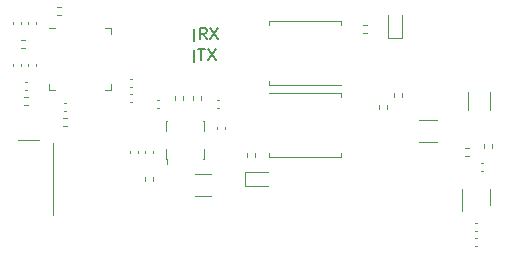
<source format=gbr>
%TF.GenerationSoftware,KiCad,Pcbnew,(7.0.0-0)*%
%TF.CreationDate,2023-08-11T18:05:37-07:00*%
%TF.ProjectId,Headlights_Driver,48656164-6c69-4676-9874-735f44726976,rev?*%
%TF.SameCoordinates,Original*%
%TF.FileFunction,Legend,Top*%
%TF.FilePolarity,Positive*%
%FSLAX46Y46*%
G04 Gerber Fmt 4.6, Leading zero omitted, Abs format (unit mm)*
G04 Created by KiCad (PCBNEW (7.0.0-0)) date 2023-08-11 18:05:37*
%MOMM*%
%LPD*%
G01*
G04 APERTURE LIST*
%ADD10C,0.150000*%
%ADD11C,0.120000*%
G04 APERTURE END LIST*
D10*
X143002000Y-70358000D02*
X143002000Y-71374000D01*
X143002000Y-68580000D02*
X143002000Y-69596000D01*
X143351238Y-70233380D02*
X143922666Y-70233380D01*
X143636952Y-71233380D02*
X143636952Y-70233380D01*
X144160762Y-70233380D02*
X144827428Y-71233380D01*
X144827428Y-70233380D02*
X144160762Y-71233380D01*
X144065523Y-69455380D02*
X143732190Y-68979190D01*
X143494095Y-69455380D02*
X143494095Y-68455380D01*
X143494095Y-68455380D02*
X143875047Y-68455380D01*
X143875047Y-68455380D02*
X143970285Y-68503000D01*
X143970285Y-68503000D02*
X144017904Y-68550619D01*
X144017904Y-68550619D02*
X144065523Y-68645857D01*
X144065523Y-68645857D02*
X144065523Y-68788714D01*
X144065523Y-68788714D02*
X144017904Y-68883952D01*
X144017904Y-68883952D02*
X143970285Y-68931571D01*
X143970285Y-68931571D02*
X143875047Y-68979190D01*
X143875047Y-68979190D02*
X143494095Y-68979190D01*
X144398857Y-68455380D02*
X145065523Y-69455380D01*
X145065523Y-68455380D02*
X144398857Y-69455380D01*
D11*
%TO.C,J3*%
X129921000Y-77978000D02*
X128143000Y-77978000D01*
X131064000Y-78232000D02*
X131064000Y-84328000D01*
%TO.C,C17*%
X143052748Y-80878000D02*
X144475252Y-80878000D01*
X143052748Y-82698000D02*
X144475252Y-82698000D01*
%TO.C,C2*%
X128926000Y-68179836D02*
X128926000Y-67964164D01*
X129646000Y-68179836D02*
X129646000Y-67964164D01*
%TO.C,R8*%
X167514000Y-78639641D02*
X167514000Y-78332359D01*
X168274000Y-78639641D02*
X168274000Y-78332359D01*
%TO.C,U3*%
X140640000Y-79578000D02*
X140740000Y-79578000D01*
X140740000Y-79578000D02*
X140740000Y-79978000D01*
X143740000Y-79578000D02*
X143840000Y-79578000D01*
X143840000Y-79578000D02*
X143840000Y-78778000D01*
X140640000Y-78778000D02*
X140640000Y-79578000D01*
X140640000Y-77178000D02*
X140640000Y-76378000D01*
X143840000Y-77178000D02*
X143840000Y-76378000D01*
X140640000Y-76378000D02*
X140740000Y-76378000D01*
X143840000Y-76378000D02*
X143740000Y-76378000D01*
%TO.C,C13*%
X145648000Y-76854164D02*
X145648000Y-77069836D01*
X144928000Y-76854164D02*
X144928000Y-77069836D01*
%TO.C,R3*%
X128931641Y-75056000D02*
X128624359Y-75056000D01*
X128931641Y-74296000D02*
X128624359Y-74296000D01*
%TO.C,U1*%
X130740000Y-73730000D02*
X130740000Y-73255000D01*
X131215000Y-68510000D02*
X130740000Y-68510000D01*
X131215000Y-73730000D02*
X130740000Y-73730000D01*
X135485000Y-68510000D02*
X135960000Y-68510000D01*
X135485000Y-73730000D02*
X135960000Y-73730000D01*
X135960000Y-68510000D02*
X135960000Y-68985000D01*
X135960000Y-73730000D02*
X135960000Y-73255000D01*
%TO.C,R13*%
X147448000Y-79401641D02*
X147448000Y-79094359D01*
X148208000Y-79401641D02*
X148208000Y-79094359D01*
%TO.C,R12*%
X157633641Y-68960000D02*
X157326359Y-68960000D01*
X157633641Y-68200000D02*
X157326359Y-68200000D01*
%TO.C,R2*%
X131725641Y-67436000D02*
X131418359Y-67436000D01*
X131725641Y-66676000D02*
X131418359Y-66676000D01*
%TO.C,C4*%
X137560164Y-72792000D02*
X137775836Y-72792000D01*
X137560164Y-73512000D02*
X137775836Y-73512000D01*
%TO.C,U2*%
X168038000Y-83504000D02*
X168038000Y-82104000D01*
X165718000Y-82104000D02*
X165718000Y-84004000D01*
%TO.C,C15*%
X166985836Y-85704000D02*
X166770164Y-85704000D01*
X166985836Y-84984000D02*
X166770164Y-84984000D01*
%TO.C,TH1*%
X158624000Y-75337641D02*
X158624000Y-75030359D01*
X159384000Y-75337641D02*
X159384000Y-75030359D01*
%TO.C,C11*%
X140061836Y-75290000D02*
X139846164Y-75290000D01*
X140061836Y-74570000D02*
X139846164Y-74570000D01*
%TO.C,C8*%
X132187836Y-75544000D02*
X131972164Y-75544000D01*
X132187836Y-74824000D02*
X131972164Y-74824000D01*
%TO.C,R6*%
X141352000Y-74575641D02*
X141352000Y-74268359D01*
X142112000Y-74575641D02*
X142112000Y-74268359D01*
%TO.C,C1*%
X127656000Y-68179836D02*
X127656000Y-67964164D01*
X128376000Y-68179836D02*
X128376000Y-67964164D01*
%TO.C,R5*%
X143636000Y-74268359D02*
X143636000Y-74575641D01*
X142876000Y-74268359D02*
X142876000Y-74575641D01*
%TO.C,C5*%
X128376000Y-71520164D02*
X128376000Y-71735836D01*
X127656000Y-71520164D02*
X127656000Y-71735836D01*
%TO.C,C12*%
X166985836Y-86974000D02*
X166770164Y-86974000D01*
X166985836Y-86254000D02*
X166770164Y-86254000D01*
%TO.C,C9*%
X144926164Y-74570000D02*
X145141836Y-74570000D01*
X144926164Y-75290000D02*
X145141836Y-75290000D01*
%TO.C,R7*%
X139572000Y-81126359D02*
X139572000Y-81433641D01*
X138812000Y-81126359D02*
X138812000Y-81433641D01*
%TO.C,R11*%
X163541064Y-78126000D02*
X162086936Y-78126000D01*
X163541064Y-76306000D02*
X162086936Y-76306000D01*
%TO.C,C10*%
X137562000Y-79101836D02*
X137562000Y-78886164D01*
X138282000Y-79101836D02*
X138282000Y-78886164D01*
%TO.C,C16*%
X167493836Y-80624000D02*
X167278164Y-80624000D01*
X167493836Y-79904000D02*
X167278164Y-79904000D01*
%TO.C,R10*%
X168042000Y-73948936D02*
X168042000Y-75403064D01*
X166222000Y-73948936D02*
X166222000Y-75403064D01*
%TO.C,C7*%
X128885836Y-73766000D02*
X128670164Y-73766000D01*
X128885836Y-73046000D02*
X128670164Y-73046000D01*
%TO.C,R1*%
X128370359Y-69470000D02*
X128677641Y-69470000D01*
X128370359Y-70230000D02*
X128677641Y-70230000D01*
%TO.C,D2*%
X147330000Y-80680000D02*
X147330000Y-81880000D01*
X149290000Y-80680000D02*
X147330000Y-80680000D01*
X149290000Y-81880000D02*
X147330000Y-81880000D01*
%TO.C,C3*%
X137560164Y-74062000D02*
X137775836Y-74062000D01*
X137560164Y-74782000D02*
X137775836Y-74782000D01*
%TO.C,R15*%
X159894000Y-74321641D02*
X159894000Y-74014359D01*
X160654000Y-74321641D02*
X160654000Y-74014359D01*
%TO.C,R9*%
X166269641Y-79374000D02*
X165962359Y-79374000D01*
X166269641Y-78614000D02*
X165962359Y-78614000D01*
%TO.C,Q1*%
X155460000Y-68277000D02*
X155460000Y-67927000D01*
X149340000Y-73297000D02*
X155460000Y-73297000D01*
X149340000Y-72997000D02*
X149340000Y-73297000D01*
X149340000Y-68227000D02*
X149340000Y-67927000D01*
X149340000Y-67927000D02*
X155460000Y-67927000D01*
%TO.C,Q2*%
X149340000Y-79043000D02*
X149340000Y-79393000D01*
X155460000Y-74023000D02*
X149340000Y-74023000D01*
X155460000Y-74323000D02*
X155460000Y-74023000D01*
X155460000Y-79093000D02*
X155460000Y-79393000D01*
X155460000Y-79393000D02*
X149340000Y-79393000D01*
%TO.C,R4*%
X132233641Y-76834000D02*
X131926359Y-76834000D01*
X132233641Y-76074000D02*
X131926359Y-76074000D01*
%TO.C,C6*%
X129646000Y-71520164D02*
X129646000Y-71735836D01*
X128926000Y-71520164D02*
X128926000Y-71735836D01*
%TO.C,C14*%
X138832000Y-79101836D02*
X138832000Y-78886164D01*
X139552000Y-79101836D02*
X139552000Y-78886164D01*
%TO.C,D1*%
X159420000Y-69332000D02*
X160620000Y-69332000D01*
X159420000Y-67372000D02*
X159420000Y-69332000D01*
X160620000Y-67372000D02*
X160620000Y-69332000D01*
%TD*%
M02*

</source>
